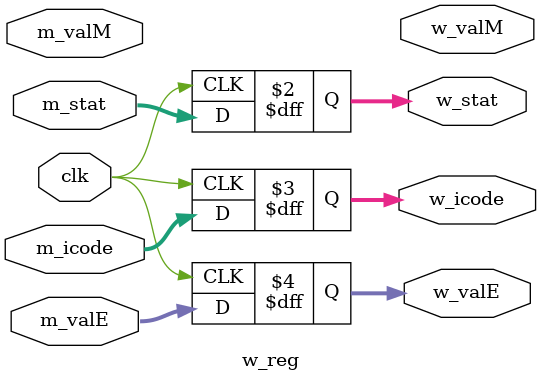
<source format=v>
`timescale 1ns / 1ps

module w_reg(
  clk,
  m_stat,m_icode,m_valE,m_valM,
  w_stat,w_icode,w_valE,w_valM
);  
  input clk;
  input [2:0]  m_stat ;
  input [3:0]  m_icode;
  input [63:0] m_valE ;
  input [63:0] m_valM ;
  output reg [2:0]   w_stat ;
  output reg [3:0]   w_icode;
  output reg [63:0]  w_valE ;
  output reg [63:0]  w_valM ;

  always@(posedge clk)
  begin
    w_stat = m_stat ;
    w_icode= m_icode;
    w_valE = m_valE ;
    w_valA = m_valM ;
  end
endmodule











</source>
